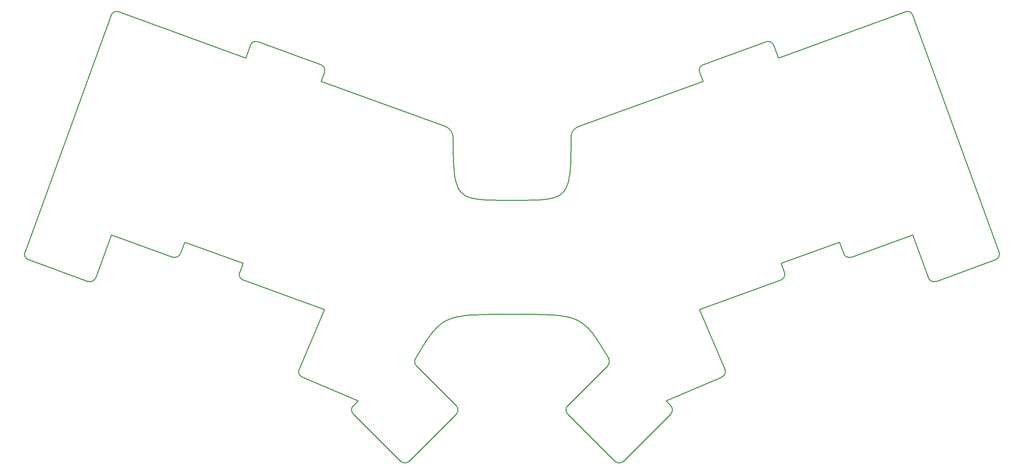
<source format=gko>
%TF.GenerationSoftware,KiCad,Pcbnew,(6.0.11)*%
%TF.CreationDate,2024-03-25T22:13:47+09:00*%
%TF.ProjectId,gku34-bottom-plate,676b7533-342d-4626-9f74-746f6d2d706c,rev?*%
%TF.SameCoordinates,Original*%
%TF.FileFunction,Profile,NP*%
%FSLAX46Y46*%
G04 Gerber Fmt 4.6, Leading zero omitted, Abs format (unit mm)*
G04 Created by KiCad (PCBNEW (6.0.11)) date 2024-03-25 22:13:47*
%MOMM*%
%LPD*%
G01*
G04 APERTURE LIST*
%TA.AperFunction,Profile*%
%ADD10C,0.250000*%
%TD*%
%ADD11C,0.250000*%
G04 APERTURE END LIST*
D10*
X207144139Y-28536856D02*
X205973735Y-25321197D01*
X39640829Y-16789659D02*
G75*
G03*
X37718246Y-17686206I-513029J-1409541D01*
G01*
X70334585Y-83053559D02*
G75*
G03*
X71231089Y-84976126I1409515J-513041D01*
G01*
X188076385Y-30239016D02*
G75*
G03*
X187179883Y-32161600I512915J-1409484D01*
G01*
X91880123Y-32161600D02*
X91039489Y-34471224D01*
X75008841Y-24424685D02*
G75*
G03*
X73086271Y-25321197I-513041J-1409515D01*
G01*
X245292247Y-84432013D02*
X241304591Y-73476018D01*
X178615014Y-115694381D02*
X179839923Y-116919290D01*
X37755415Y-73476018D02*
X53376929Y-79161784D01*
X85455551Y-107702200D02*
G75*
G03*
X86250176Y-109669039I1380749J-586100D01*
G01*
X207828900Y-84976078D02*
G75*
G03*
X208725426Y-83053557I-512900J1409478D01*
G01*
D11*
X124557828Y-48768330D02*
X124561631Y-50221552D01*
X124571441Y-51583797D01*
X124589651Y-52857994D01*
X124618654Y-54047070D01*
X124660845Y-55153954D01*
X124718616Y-56181574D01*
X124794361Y-57132859D01*
X124890473Y-58010736D01*
X125009345Y-58818133D01*
X125153371Y-59557980D01*
X125324944Y-60233204D01*
X125526458Y-60846733D01*
X125760305Y-61401496D01*
X126028880Y-61900421D01*
X126334575Y-62346436D01*
X126679784Y-62742469D01*
X127066900Y-63091450D01*
X127498317Y-63396305D01*
X127976428Y-63659963D01*
X128503626Y-63885352D01*
X129082305Y-64075402D01*
X129714858Y-64233039D01*
X130403679Y-64361192D01*
X131151160Y-64462790D01*
X131959696Y-64540760D01*
X132831679Y-64598031D01*
X133769503Y-64637530D01*
X134775561Y-64662188D01*
X135852246Y-64674931D01*
X137001953Y-64678687D01*
X138227074Y-64676386D01*
X139530003Y-64670955D01*
D10*
X71175214Y-80743933D02*
X70334580Y-83053557D01*
X125383034Y-116919290D02*
X115239825Y-106776080D01*
X33767759Y-84432013D02*
X37755415Y-73476018D01*
X165697787Y-131061425D02*
G75*
G03*
X167819107Y-131061425I1060660J1060659D01*
G01*
X205973724Y-25321201D02*
G75*
G03*
X204051166Y-24424689I-1409524J-512999D01*
G01*
D11*
X164055364Y-104959912D02*
X163456241Y-103935599D01*
X162888549Y-102975244D01*
X162348065Y-102076785D01*
X161830565Y-101238162D01*
X161331829Y-100457313D01*
X160847633Y-99732177D01*
X160373756Y-99060692D01*
X159905975Y-98440797D01*
X159440067Y-97870431D01*
X158971810Y-97347532D01*
X158496983Y-96870040D01*
X158011363Y-96435893D01*
X157510727Y-96043030D01*
X156990853Y-95689389D01*
X156447518Y-95372910D01*
X155876502Y-95091530D01*
X155273580Y-94843189D01*
X154634531Y-94625826D01*
X153955133Y-94437378D01*
X153231163Y-94275786D01*
X152458399Y-94138987D01*
X151632619Y-94024920D01*
X150749600Y-93931524D01*
X149805119Y-93856738D01*
X148794956Y-93798501D01*
X147714887Y-93754750D01*
X146560689Y-93723426D01*
X145328142Y-93702466D01*
X144013022Y-93689810D01*
X142611107Y-93683395D01*
X141118174Y-93681162D01*
X139530003Y-93681048D01*
D10*
X15804438Y-77893899D02*
X37718246Y-17686206D01*
X86250176Y-109669039D02*
X100444992Y-115694381D01*
X124557785Y-48768330D02*
G75*
G03*
X122583890Y-45952447I-2999985J-3170D01*
G01*
X53376956Y-79161709D02*
G75*
G03*
X55299498Y-78265275I513044J1409509D01*
G01*
X245292217Y-84432024D02*
G75*
G03*
X247214816Y-85328522I1409583J513124D01*
G01*
X31845178Y-85328556D02*
G75*
G03*
X33767759Y-84432013I513022J1409556D01*
G01*
X115004623Y-104959901D02*
G75*
G03*
X115239825Y-106776080I1295877J-755499D01*
G01*
X192809825Y-109669028D02*
G75*
G03*
X193604490Y-107702185I-586025J1380728D01*
G01*
X91039489Y-34471224D02*
X122583890Y-45952447D01*
X223760508Y-78265275D02*
X222700027Y-75351628D01*
X91907698Y-92501796D02*
X85455516Y-107702185D01*
X179839923Y-119040610D02*
X167819107Y-131061425D01*
X75008840Y-24424689D02*
X90983615Y-30239031D01*
X153676972Y-116919290D02*
X163820181Y-106776080D01*
X99220083Y-119040610D02*
X111240899Y-131061425D01*
X125383084Y-119040660D02*
G75*
G03*
X125383034Y-116919290I-1060684J1060660D01*
G01*
X223760539Y-78265264D02*
G75*
G03*
X225683077Y-79161784I1409461J512864D01*
G01*
X192809830Y-109669039D02*
X178615014Y-115694381D01*
X204051166Y-24424689D02*
X188076391Y-30239031D01*
X239419191Y-16789697D02*
X207144139Y-28536856D01*
X187179883Y-32161600D02*
X188020517Y-34471224D01*
X15804416Y-77893891D02*
G75*
G03*
X16700946Y-79816468I1409584J-513009D01*
G01*
X16700946Y-79816468D02*
X31845190Y-85328522D01*
X222700027Y-75351628D02*
X207884792Y-80743933D01*
X56359979Y-75351628D02*
X71175214Y-80743933D01*
X241304591Y-73476018D02*
X225683077Y-79161784D01*
X100444992Y-115694381D02*
X99220083Y-116919290D01*
X207884792Y-80743933D02*
X208725426Y-83053557D01*
X263255568Y-77893899D02*
X241341760Y-17686206D01*
X207828917Y-84976126D02*
X187152308Y-92501796D01*
X262359053Y-79816449D02*
G75*
G03*
X263255568Y-77893899I-513053J1409549D01*
G01*
X163820167Y-106776066D02*
G75*
G03*
X164055364Y-104959912I-1060667J1060666D01*
G01*
X165697787Y-131061425D02*
X153676972Y-119040610D01*
X179839973Y-119040660D02*
G75*
G03*
X179839923Y-116919290I-1060673J1060660D01*
G01*
X262359060Y-79816468D02*
X247214816Y-85328522D01*
X71231089Y-84976126D02*
X91907698Y-92501796D01*
X241341771Y-17686202D02*
G75*
G03*
X239419191Y-16789697I-1409571J-513098D01*
G01*
X113362219Y-131061425D02*
X125383034Y-119040610D01*
X71915867Y-28536856D02*
X73086271Y-25321197D01*
X99220133Y-116919340D02*
G75*
G03*
X99220083Y-119040610I1060567J-1060660D01*
G01*
X55299498Y-78265275D02*
X56359979Y-75351628D01*
X91880168Y-32161617D02*
G75*
G03*
X90983615Y-30239031I-1409568J513017D01*
G01*
X187152308Y-92501796D02*
X193604490Y-107702185D01*
X156476125Y-45952472D02*
G75*
G03*
X154502178Y-48768330I1025975J-2819028D01*
G01*
X39640815Y-16789697D02*
X71915867Y-28536856D01*
D11*
X115004642Y-104959912D02*
X115603764Y-103935599D01*
X116171456Y-102975244D01*
X116711940Y-102076785D01*
X117229440Y-101238162D01*
X117728176Y-100457313D01*
X118212372Y-99732177D01*
X118686249Y-99060692D01*
X119154030Y-98440797D01*
X119619938Y-97870431D01*
X120088195Y-97347532D01*
X120563022Y-96870040D01*
X121048642Y-96435893D01*
X121549278Y-96043030D01*
X122069152Y-95689389D01*
X122612487Y-95372910D01*
X123183503Y-95091530D01*
X123786425Y-94843189D01*
X124425474Y-94625826D01*
X125104872Y-94437378D01*
X125828842Y-94275786D01*
X126601606Y-94138987D01*
X127427386Y-94024920D01*
X128310405Y-93931524D01*
X129254886Y-93856738D01*
X130265049Y-93798501D01*
X131345118Y-93754750D01*
X132499316Y-93723426D01*
X133731863Y-93702466D01*
X135046983Y-93689810D01*
X136448898Y-93683395D01*
X137941831Y-93681162D01*
X139530003Y-93681048D01*
D10*
X188020517Y-34471224D02*
X156476116Y-45952447D01*
X153676922Y-116919240D02*
G75*
G03*
X153676972Y-119040610I1060678J-1060660D01*
G01*
X111240899Y-131061425D02*
G75*
G03*
X113362219Y-131061425I1060660J1060659D01*
G01*
D11*
X154502178Y-48768330D02*
X154498374Y-50221552D01*
X154488564Y-51583797D01*
X154470354Y-52857994D01*
X154441351Y-54047070D01*
X154399160Y-55153954D01*
X154341389Y-56181574D01*
X154265644Y-57132859D01*
X154169532Y-58010736D01*
X154050660Y-58818133D01*
X153906634Y-59557980D01*
X153735061Y-60233204D01*
X153533547Y-60846733D01*
X153299700Y-61401496D01*
X153031125Y-61900421D01*
X152725430Y-62346436D01*
X152380221Y-62742469D01*
X151993105Y-63091450D01*
X151561688Y-63396305D01*
X151083577Y-63659963D01*
X150556379Y-63885352D01*
X149977700Y-64075402D01*
X149345147Y-64233039D01*
X148656326Y-64361192D01*
X147908845Y-64462790D01*
X147100309Y-64540760D01*
X146228326Y-64598031D01*
X145290502Y-64637530D01*
X144284444Y-64662188D01*
X143207759Y-64674931D01*
X142058052Y-64678687D01*
X140832931Y-64676386D01*
X139530003Y-64670955D01*
M02*

</source>
